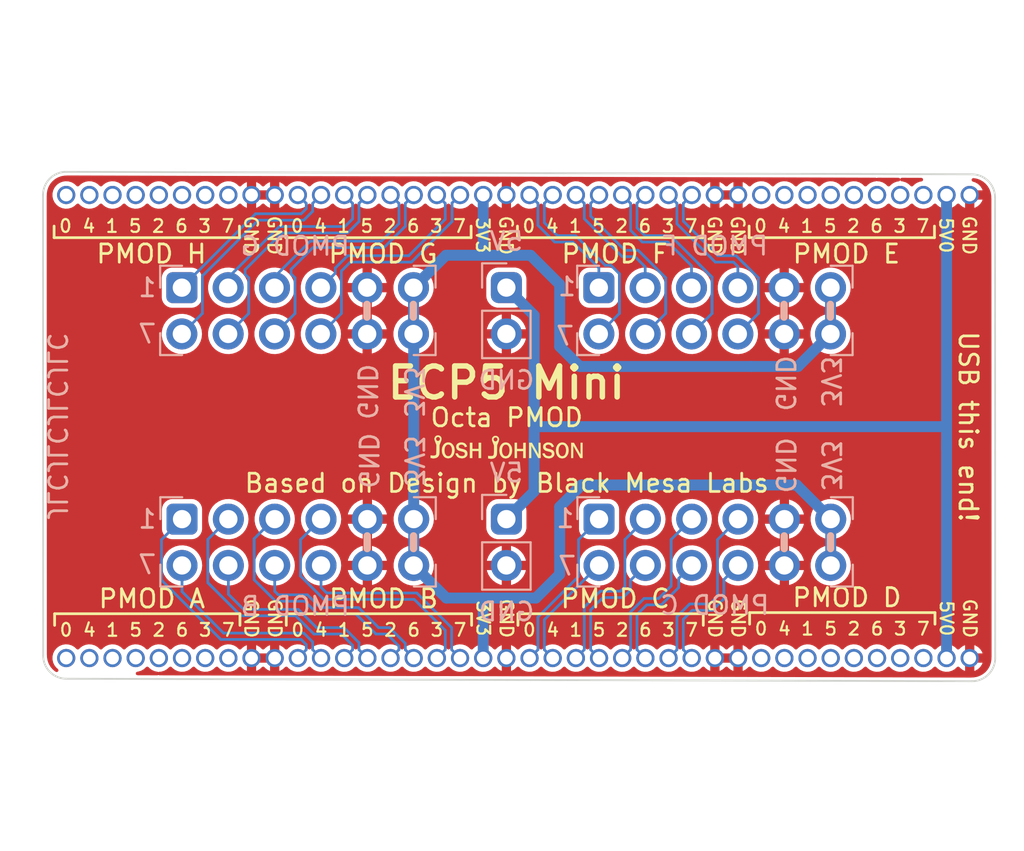
<source format=kicad_pcb>
(kicad_pcb (version 20201220) (generator pcbnew)
  (title_block (title "Quad PMOD") (date "2020-09-20") (rev "0.1") (company "Josh Johnson"))
  (layers (0 "F.Cu" signal) (31 "B.Cu" signal) (34 "B.Paste" user) (35 "F.Paste" user) (36 "B.SilkS" user "B.Silkscreen") (37 "F.SilkS" user "F.Silkscreen") (38 "B.Mask" user) (39 "F.Mask" user) (44 "Edge.Cuts" user))
  (net 0 "")
  (net 1 "/PB04+")
  (net 2 "/PB15+")
  (net 3 "/PB26+")
  (net 4 "/PB37+")
  (net 5 "/PB04-")
  (net 6 "/PB15-")
  (net 7 "/PB26-")
  (net 8 "/PB37-")
  (net 9 "/PC04+")
  (net 10 "/PC15+")
  (net 11 "/PC26+")
  (net 12 "/PC37+")
  (net 13 "/PC04-")
  (net 14 "/PC15-")
  (net 15 "/PC26-")
  (net 16 "/PC37-")
  (net 17 "/PG04+")
  (net 18 "GND")
  (net 19 "+5V")
  (net 20 "/PG04-")
  (net 21 "/PG15+")
  (net 22 "/PG15-")
  (net 23 "/PG26+")
  (net 24 "+3V3")
  (net 25 "/PG26-")
  (net 26 "/PG37+")
  (net 27 "/PG37-")
  (net 28 "/PF04+")
  (net 29 "/PF04-")
  (net 30 "/PF15+")
  (net 31 "/PF15-")
  (net 32 "/PF26+")
  (net 33 "/PF26-")
  (net 34 "/PF37+")
  (net 35 "/PF37-")
  (footprint "josh-connectors:ECP5-Mini-Edge-40x1.27" (layer "F.Cu") (at 117.348 80.264 90)
    (fp_text reference "J4" hide)
    (fp_text value "S7 Mini")
  )
  (footprint "josh-logos:josh-johnson-logo-8_6x1_5" (layer "F.Cu") (at 141.5 92.8)
    (fp_text reference "LOGO1" hide)
    (fp_text value "Josh-Logo" hide)
  )
  (footprint "Connector_PinSocket_2.54mm:PinSocket_1x02_P2.54mm_Vertical" (layer "B.Cu") (at 141.478 84.074 180)
    (fp_text reference "J6" hide)
    (fp_text value "PWR")
  )
  (footprint "josh-connectors:PMOD_HOST" (layer "B.Cu") (at 123.698 84.074 -90)
    (fp_text reference "J7" hide)
    (fp_text value "PMOD")
  )
  (footprint "josh-connectors:PMOD_HOST" (layer "B.Cu") (at 146.558 84.074 -90)
    (fp_text reference "J15" hide)
    (fp_text value "PMOD")
  )
  (footprint "josh-connectors:ECP5-Mini-Edge-40x1.27" (layer "B.Cu") (at 117.348 103.124 -90)
    (fp_text reference "J3" hide)
    (fp_text value "S7 Mini")
  )
  (footprint "josh-connectors:PMOD_HOST" (layer "B.Cu") (at 146.56844 96.7708 -90)
    (fp_text reference "J9" hide)
    (fp_text value "PMOD")
  )
  (footprint "Connector_PinSocket_2.54mm:PinSocket_1x02_P2.54mm_Vertical" (layer "B.Cu") (at 141.478 96.774 180)
    (fp_text reference "J5" hide)
    (fp_text value "PWR")
  )
  (footprint "josh-connectors:PMOD_HOST" (layer "B.Cu") (at 123.70844 96.7708 -90)
    (fp_text reference "J1" hide)
    (fp_text value "PMOD")
  )
  (gr_line (start 139.573 102.5985) (end 139.573 101.9635) (layer "F.SilkS") (width 0.15))
  (gr_line (start 152.273 101.9635) (end 142.113 101.9635) (layer "F.SilkS") (width 0.15))
  (gr_line (start 126.873 101.9635) (end 116.713 101.9635) (layer "F.SilkS") (width 0.15))
  (gr_line (start 154.785 80.7) (end 154.785 81.335) (layer "F.SilkS") (width 0.15))
  (gr_line (start 129.413 101.9635) (end 129.413 102.5985) (layer "F.SilkS") (width 0.15))
  (gr_line (start 164.973 102.535) (end 164.973 101.9) (layer "F.SilkS") (width 0.15))
  (gr_line (start 139.545 81.335) (end 139.545 80.7) (layer "F.SilkS") (width 0.15))
  (gr_line (start 116.685 81.335) (end 126.845 81.335) (layer "F.SilkS") (width 0.15))
  (gr_line (start 152.245 81.335) (end 152.245 80.7) (layer "F.SilkS") (width 0.15))
  (gr_line (start 142.085 80.7) (end 142.085 81.335) (layer "F.SilkS") (width 0.15))
  (gr_line (start 142.085 81.335) (end 152.245 81.335) (layer "F.SilkS") (width 0.15))
  (gr_line (start 129.385 80.7) (end 129.385 81.335) (layer "F.SilkS") (width 0.15))
  (gr_line (start 116.713 101.9635) (end 116.713 102.5985) (layer "F.SilkS") (width 0.15))
  (gr_line (start 164.973 101.9) (end 154.813 101.9) (layer "F.SilkS") (width 0.15))
  (gr_line (start 126.873 102.5985) (end 126.873 101.9635) (layer "F.SilkS") (width 0.15))
  (gr_line (start 139.573 101.9635) (end 129.413 101.9635) (layer "F.SilkS") (width 0.15))
  (gr_line (start 164.945 81.335) (end 164.945 80.7) (layer "F.SilkS") (width 0.15))
  (gr_line (start 154.813 101.9) (end 154.813 102.535) (layer "F.SilkS") (width 0.15))
  (gr_line (start 116.685 80.7) (end 116.685 81.335) (layer "F.SilkS") (width 0.15))
  (gr_line (start 154.785 81.335) (end 164.945 81.335) (layer "F.SilkS") (width 0.15))
  (gr_line (start 142.113 101.9635) (end 142.113 102.5985) (layer "F.SilkS") (width 0.15))
  (gr_line (start 152.273 102.5985) (end 152.273 101.9635) (layer "F.SilkS") (width 0.15))
  (gr_line (start 129.385 81.335) (end 139.545 81.335) (layer "F.SilkS") (width 0.15))
  (gr_line (start 126.845 81.335) (end 126.845 80.7) (layer "F.SilkS") (width 0.15))
  (gr_line (start 117.357026 105.527974) (end 167.005 105.664) (layer "Edge.Cuts") (width 0.1))
  (gr_arc (start 117.357026 104.257974) (end 117.357026 105.527974) (angle 90) (layer "Edge.Cuts") (width 0.1))
  (gr_line (start 166.995974 77.860026) (end 117.348 77.724) (layer "Edge.Cuts") (width 0.1))
  (gr_arc (start 167.005 104.394) (end 168.275 104.394) (angle 90) (layer "Edge.Cuts") (width 0.1))
  (gr_arc (start 166.995974 79.130026) (end 166.995974 77.860026) (angle 90) (layer "Edge.Cuts") (width 0.1))
  (gr_line (start 168.265974 79.130026) (end 168.275 104.394) (layer "Edge.Cuts") (width 0.1))
  (gr_line (start 116.078 78.994) (end 116.087026 104.257974) (layer "Edge.Cuts") (width 0.1))
  (gr_arc (start 117.348 78.994) (end 116.078 78.994) (angle 90) (layer "Edge.Cuts") (width 0.1))
  (gr_text "5V" (at 141.478 94.234) (layer "B.SilkS") (effects (font (size 1 1)) (justify mirror)))
  (gr_text "PMOD G" (at 129.899999 81.8) (layer "B.SilkS") (effects (font (size 1 1)) (justify mirror)))
  (gr_text "GND" (at 141.478 101.854) (layer "B.SilkS") (effects (font (size 1 1)) (justify mirror)))
  (gr_text "PMOD B" (at 129.899999 101.5475) (layer "B.SilkS") (effects (font (size 1 1)) (justify mirror)))
  (gr_text "JLCJLCJLCJLC" (at 116.84 91.694 270) (layer "B.SilkS") (effects (font (size 1 1)) (justify mirror)))
  (gr_text "PMOD C" (at 152.9 101.5) (layer "B.SilkS") (effects (font (size 1 1)) (justify mirror)))
  (gr_text "PMOD F" (at 152.9 81.788) (layer "B.SilkS") (effects (font (size 1 1)) (justify mirror)))
  (gr_text "GND" (at 141.478 89.154) (layer "B.SilkS") (effects (font (size 1 1)) (justify mirror)))
  (gr_text "5V" (at 141.478 81.534) (layer "B.SilkS") (effects (font (size 1 1)) (justify mirror)))
  (gr_text "5" (at 146.53 80.7) (layer "F.SilkS") (effects (font (size 0.7 0.7) (thickness 0.12))))
  (gr_text "7" (at 151.638 102.8525) (layer "F.SilkS") (effects (font (size 0.7 0.7) (thickness 0.12))))
  (gr_text "PMOD A" (at 122.047 101.138) (layer "F.SilkS") (effects (font (size 1 1))))
  (gr_text "ECP5 Mini" (at 141.478 89.3) (layer "F.SilkS") (effects (font (size 1.7 1.7) (thickness 0.3))))
  (gr_text "GND" (at 166.878 102.2175 270) (layer "F.SilkS") (effects (font (size 0.7 0.7) (thickness 0.12))))
  (gr_text "7" (at 138.91 80.7) (layer "F.SilkS") (effects (font (size 0.7 0.7) (thickness 0.12))))
  (gr_text "3V3" (at 140.208 102.2175 270) (layer "F.SilkS") (effects (font (size 0.7 0.7) (thickness 0.12))))
  (gr_text "PMOD B" (at 134.747 101.138) (layer "F.SilkS") (effects (font (size 1 1))))
  (gr_text "GND" (at 152.88 81.208 270) (layer "F.SilkS") (effects (font (size 0.7 0.7) (thickness 0.12))))
  (gr_text "5" (at 159.258 102.789) (layer "F.SilkS") (effects (font (size 0.7 0.7) (thickness 0.12))))
  (gr_text "2" (at 147.828 102.8525) (layer "F.SilkS") (effects (font (size 0.7 0.7) (thickness 0.12))))
  (gr_text "1" (at 132.56 80.7) (layer "F.SilkS") (effects (font (size 0.7 0.7) (thickness 0.12))))
  (gr_text "4" (at 156.69 80.7) (layer "F.SilkS") (effects (font (size 0.7 0.7) (thickness 0.12))))
  (gr_text "USB this end!" (at 166.8 91.7 270) (layer "F.SilkS") (effects (font (size 1 1))))
  (gr_text "4" (at 131.318 102.8525) (layer "F.SilkS") (effects (font (size 0.7 0.7) (thickness 0.12))))
  (gr_text "3" (at 137.668 102.8525) (layer "F.SilkS") (effects (font (size 0.7 0.7) (thickness 0.12))))
  (gr_text "PMOD H" (at 122.019 82.224) (layer "F.SilkS") (effects (font (size 1 1))))
  (gr_text "3" (at 124.94 80.7) (layer "F.SilkS") (effects (font (size 0.7 0.7) (thickness 0.12))))
  (gr_text "0" (at 117.31 80.7) (layer "F.SilkS") (effects (font (size 0.7 0.7) (thickness 0.12))))
  (gr_text "GND" (at 127.488 102.2175 270) (layer "F.SilkS") (effects (font (size 0.7 0.7) (thickness 0.12))))
  (gr_text "2" (at 160.5 80.7) (layer "F.SilkS") (effects (font (size 0.7 0.7) (thickness 0.12))))
  (gr_text "1" (at 119.86 80.7) (layer "F.SilkS") (effects (font (size 0.7 0.7) (thickness 0.12))))
  (gr_text "PMOD C" (at 147.447 101.138) (layer "F.SilkS") (effects (font (size 1 1))))
  (gr_text "0" (at 130.01 80.7) (layer "F.SilkS") (effects (font (size 0.7 0.7) (thickness 0.12))))
  (gr_text "GND" (at 128.75 81.208 270) (layer "F.SilkS") (effects (font (size 0.7 0.7) (thickness 0.12))))
  (gr_text "0" (at 155.438 102.789) (layer "F.SilkS") (effects (font (size 0.7 0.7) (thickness 0.12))))
  (gr_text "GND" (at 166.85 81.208 270) (layer "F.SilkS") (effects (font (size 0.7 0.7) (thickness 0.12))))
  (gr_text "2" (at 135.1 80.7) (layer "F.SilkS") (effects (font (size 0.7 0.7) (thickness 0.12))))
  (gr_text "4" (at 156.718 102.789) (layer "F.SilkS") (effects (font (size 0.7 0.7) (thickness 0.12))))
  (gr_text "5" (at 133.83 80.7) (layer "F.SilkS") (effects (font (size 0.7 0.7) (thickness 0.12))))
  (gr_text "4" (at 118.618 102.8525) (layer "F.SilkS") (effects (font (size 0.7 0.7) (thickness 0.12))))
  (gr_text "5" (at 121.13 80.7) (layer "F.SilkS") (effects (font (size 0.7 0.7) (thickness 0.12))))
  (gr_text "2" (at 135.128 102.8525) (layer "F.SilkS") (effects (font (size 0.7 0.7) (thickness 0.12))))
  (gr_text "3" (at 150.34 80.7) (layer "F.SilkS") (effects (font (size 0.7 0.7) (thickness 0.12))))
  (gr_text "4" (at 118.59 80.7) (layer "F.SilkS") (effects (font (size 0.7 0.7) (thickness 0.12))))
  (gr_text "0" (at 142.738 102.8525) (layer "F.SilkS") (effects (font (size 0.7 0.7) (thickness 0.12))))
  (gr_text "7" (at 138.938 102.8525) (layer "F.SilkS") (effects (font (size 0.7 0.7) (thickness 0.12))))
  (gr_text "1" (at 132.588 102.8525) (layer "F.SilkS") (effects (font (size 0.7 0.7) (thickness 0.12))))
  (gr_text "5" (at 159.23 80.7) (layer "F.SilkS") (effects (font (size 0.7 0.7) (thickness 0.12))))
  (gr_text "6" (at 136.37 80.7) (layer "F.SilkS") (effects (font (size 0.7 0.7) (thickness 0.12))))
  (gr_text "5" (at 146.558 102.8525) (layer "F.SilkS") (effects (font (size 0.7 0.7) (thickness 0.12))))
  (gr_text "GND" (at 141.45 81.208 270) (layer "F.SilkS") (effects (font (size 0.7 0.7) (thickness 0.12))))
  (gr_text "3" (at 124.968 102.8525) (layer "F.SilkS") (effects (font (size 0.7 0.7) (thickness 0.12))))
  (gr_text "1" (at 157.988 102.789) (layer "F.SilkS") (effects (font (size 0.7 0.7) (thickness 0.12))))
  (gr_text "4" (at 144.018 102.8525) (layer "F.SilkS") (effects (font (size 0.7 0.7) (thickness 0.12))))
  (gr_text "1" (at 157.96 80.7) (layer "F.SilkS") (effects (font (size 0.7 0.7) (thickness 0.12))))
  (gr_text "5V0" (at 165.608 102.2175 270) (layer "F.SilkS") (effects (font (size 0.7 0.7) (thickness 0.12))))
  (gr_text "GND" (at 127.48 81.208 270) (layer "F.SilkS") (effects (font (size 0.7 0.7) (thickness 0.12))))
  (gr_text "PMOD E" (at 160.119 82.224) (layer "F.SilkS") (effects (font (size 1 1))))
  (gr_text "5" (at 133.858 102.8525) (layer "F.SilkS") (effects (font (size 0.7 0.7) (thickness 0.12))))
  (gr_text "6" (at 161.798 102.789) (layer "F.SilkS") (effects (font (size 0.7 0.7) (thickness 0.12))))
  (gr_text "7" (at 151.61 80.7) (layer "F.SilkS") (effects (font (size 0.7 0.7) (thickness 0.12))))
  (gr_text "7" (at 164.31 80.7) (layer "F.SilkS") (effects (font (size 0.7 0.7) (thickness 0.12))))
  (gr_text "4" (at 131.29 80.7) (layer "F.SilkS") (effects (font (size 0.7 0.7) (thickness 0.12))))
  (gr_text "1" (at 119.888 102.8525) (layer "F.SilkS") (effects (font (size 0.7 0.7) (thickness 0.12))))
  (gr_text "6" (at 123.698 102.8525) (layer "F.SilkS") (effects (font (size 0.7 0.7) (thickness 0.12))))
  (gr_text "6" (at 161.77 80.7) (layer "F.SilkS") (effects (font (size 0.7 0.7) (thickness 0.12))))
  (gr_text "3V3" (at 140.18 81.208 270) (layer "F.SilkS") (effects (font (size 0.7 0.7) (thickness 0.12))))
  (gr_text "GND" (at 141.478 102.2175 270) (layer "F.SilkS") (effects (font (size 0.7 0.7) (thickness 0.12))))
  (gr_text "3" (at 163.068 102.789) (layer "F.SilkS") (effects (font (size 0.7 0.7) (thickness 0.12))))
  (gr_text "0" (at 142.71 80.7) (layer "F.SilkS") (effects (font (size 0.7 0.7) (thickness 0.12))))
  (gr_text "6" (at 123.67 80.7) (layer "F.SilkS") (effects (font (size 0.7 0.7) (thickness 0.12))))
  (gr_text "7" (at 126.21 80.7) (layer "F.SilkS") (effects (font (size 0.7 0.7) (thickness 0.12))))
  (gr_text "1" (at 145.288 102.8525) (layer "F.SilkS") (effects (font (size 0.7 0.7) (thickness 0.12))))
  (gr_text "6" (at 149.098 102.8525) (layer "F.SilkS") (effects (font (size 0.7 0.7) (thickness 0.12))))
  (gr_text "Octa PMOD" (at 141.5 91.2) (layer "F.SilkS") (effects (font (size 1 1))))
  (gr_text "PMOD G" (at 134.719 82.224) (layer "F.SilkS") (effects (font (size 1 1))))
  (gr_text "3" (at 137.64 80.7) (layer "F.SilkS") (effects (font (size 0.7 0.7) (thickness 0.12))))
  (gr_text "0" (at 155.41 80.7) (layer "F.SilkS") (effects (font (size 0.7 0.7) (thickness 0.12))))
  (gr_text "7" (at 126.238 102.8525) (layer "F.SilkS") (effects (font (size 0.7 0.7) (thickness 0.12))))
  (gr_text "7" (at 164.338 102.789) (layer "F.SilkS") (effects (font (size 0.7 0.7) (thickness 0.12))))
  (gr_text "0" (at 117.338 102.8525) (layer "F.SilkS") (effects (font (size 0.7 0.7) (thickness 0.12))))
  (gr_text "1" (at 145.26 80.7) (layer "F.SilkS") (effects (font (size 0.7 0.7) (thickness 0.12))))
  (gr_text "0" (at 130.038 102.8525) (layer "F.SilkS") (effects (font (size 0.7 0.7) (thickness 0.12))))
  (gr_text "2" (at 147.8 80.7) (layer "F.SilkS") (effects (font (size 0.7 0.7) (thickness 0.12))))
  (gr_text "5" (at 121.158 102.8525) (layer "F.SilkS") (effects (font (size 0.7 0.7) (thickness 0.12))))
  (gr_text "2" (at 122.428 102.8525) (layer "F.SilkS") (effects (font (size 0.7 0.7) (thickness 0.12))))
  (gr_text "4" (at 143.99 80.7) (layer "F.SilkS") (effects (font (size 0.7 0.7) (thickness 0.12))))
  (gr_text "GND" (at 154.178 102.2175 270) (layer "F.SilkS") (effects (font (size 0.7 0.7) (thickness 0.12))))
  (gr_text "2" (at 122.4 80.7) (layer "F.SilkS") (effects (font (size 0.7 0.7) (thickness 0.12))))
  (gr_text "GND" (at 128.778 102.2175 270) (layer "F.SilkS") (effects (font (size 0.7 0.7) (thickness 0.12))))
  (gr_text "3" (at 163.04 80.7) (layer "F.SilkS") (effects (font (size 0.7 0.7) (thickness 0.12))))
  (gr_text "3" (at 150.368 102.8525) (layer "F.SilkS") (effects (font (size 0.7 0.7) (thickness 0.12))))
  (gr_text "PMOD F" (at 147.419 82.224) (layer "F.SilkS") (effects (font (size 1 1))))
  (gr_text "5V0" (at 165.58 81.208 270) (layer "F.SilkS") (effects (font (size 0.7 0.7) (thickness 0.12))))
  (gr_text "2" (at 160.528 102.789) (layer "F.SilkS") (effects (font (size 0.7 0.7) (thickness 0.12))))
  (gr_text "6" (at 149.07 80.7) (layer "F.SilkS") (effects (font (size 0.7 0.7) (thickness 0.12))))
  (gr_text "GND" (at 154.15 81.208 270) (layer "F.SilkS") (effects (font (size 0.7 0.7) (thickness 0.12))))
  (gr_text "Based on Design by Black Mesa Labs" (at 141.5 94.8) (layer "F.SilkS") (effects (font (size 1 1))))
  (gr_text "6" (at 136.398 102.8525) (layer "F.SilkS") (effects (font (size 0.7 0.7) (thickness 0.12))))
  (gr_text "GND" (at 152.908 102.2175 270) (layer "F.SilkS") (effects (font (size 0.7 0.7) (thickness 0.12))))
  (gr_text "PMOD D" (at 160.147 101.0745) (layer "F.SilkS") (effects (font (size 1 1))))
  (segment (start 122.572999 97.899001) (end 122.572999 100.120487) (width 0.15) (layer "B.Cu") (net 1))
  (segment (start 130.508 103.934) (end 130.048 104.394) (width 0.15) (layer "B.Cu") (net 1))
  (segment (start 122.572999 100.120487) (end 125.227512 102.775) (width 0.15) (layer "B.Cu") (net 1))
  (segment (start 123.698 96.774) (end 122.572999 97.899001) (width 0.15) (layer "B.Cu") (net 1))
  (segment (start 130.227512 103.375) (end 125.827512 103.375) (width 0.15) (layer "B.Cu") (net 1))
  (segment (start 125.827512 103.375) (end 124.976256 102.523744) (width 0.15) (layer "B.Cu") (net 1))
  (segment (start 130.508 103.655488) (end 130.508 103.934) (width 0.15) (layer "B.Cu") (net 1))
  (segment (start 130.508 103.655488) (end 130.227512 103.375) (width 0.15) (layer "B.Cu") (net 1))
  (segment (start 130.927512 103.075) (end 130.476256 102.623744) (width 0.15) (layer "B.Cu") (net 2))
  (segment (start 133.048 103.695488) (end 132.427512 103.075) (width 0.15) (layer "B.Cu") (net 2))
  (segment (start 125.112999 100.260487) (end 125.455755 100.603243) (width 0.15) (layer "B.Cu") (net 2))
  (segment (start 125.112999 97.887001) (end 125.112999 100.260487) (width 0.15) (layer "B.Cu") (net 2))
  (segment (start 133.048 103.934) (end 133.048 103.695488) (width 0.15) (layer "B.Cu") (net 2))
  (segment (start 126.238 96.774) (end 126.226 96.774) (width 0.15) (layer "B.Cu") (net 2))
  (segment (start 126.226 96.774) (end 125.112999 97.887001) (width 0.15) (layer "B.Cu") (net 2))
  (segment (start 129.927512 102.075) (end 130.527512 102.675) (width 0.15) (layer "B.Cu") (net 2))
  (segment (start 133.048 103.934) (end 132.588 104.394) (width 0.15) (layer "B.Cu") (net 2))
  (segment (start 132.427512 103.075) (end 130.927512 103.075) (width 0.15) (layer "B.Cu") (net 2))
  (segment (start 125.112999 100.260487) (end 126.927512 102.075) (width 0.15) (layer "B.Cu") (net 2))
  (segment (start 126.927512 102.075) (end 129.927512 102.075) (width 0.15) (layer "B.Cu") (net 2))
  (segment (start 125.112999 97.887001) (end 125.112999 98.773999) (width 0.15) (layer "B.Cu") (net 2))
  (segment (start 128.778 96.774) (end 128.726 96.774) (width 0.15) (layer "B.Cu") (net 3))
  (segment (start 127.652999 97.847001) (end 127.652999 100.100487) (width 0.15) (layer "B.Cu") (net 3))
  (segment (start 133.227512 101.975) (end 134.327512 103.075) (width 0.15) (layer "B.Cu") (net 3))
  (segment (start 131.127512 101.975) (end 133.227512 101.975) (width 0.15) (layer "B.Cu") (net 3))
  (segment (start 134.927512 103.075) (end 135.588 103.735488) (width 0.15) (layer "B.Cu") (net 3))
  (segment (start 134.327512 103.075) (end 134.927512 103.075) (width 0.15) (layer "B.Cu") (net 3))
  (segment (start 128.726 96.774) (end 127.652999 97.847001) (width 0.15) (layer "B.Cu") (net 3))
  (segment (start 127.652999 100.100487) (end 128.827512 101.275) (width 0.15) (layer "B.Cu") (net 3))
  (segment (start 135.588 103.934) (end 135.128 104.394) (width 0.15) (layer "B.Cu") (net 3))
  (segment (start 135.588 103.735488) (end 135.588 103.934) (width 0.15) (layer "B.Cu") (net 3))
  (segment (start 128.827512 101.275) (end 130.427512 101.275) (width 0.15) (layer "B.Cu") (net 3))
  (segment (start 130.427512 101.275) (end 131.127512 101.975) (width 0.15) (layer "B.Cu") (net 3))
  (segment (start 127.652999 97.847001) (end 127.652999 98.773999) (width 0.15) (layer "B.Cu") (net 3))
  (segment (start 138.128 103.934) (end 137.668 104.394) (width 0.15) (layer "B.Cu") (net 4))
  (segment (start 131.475 101.175) (end 136.427512 101.175) (width 0.15) (layer "B.Cu") (net 4))
  (segment (start 136.427512 101.175) (end 138.128 102.875488) (width 0.15) (layer "B.Cu") (net 4))
  (segment (start 131.475 101.175) (end 131.425 101.125) (width 0.15) (layer "B.Cu") (net 4))
  (segment (start 130.192999 97.899001) (end 131.318 96.774) (width 0.15) (layer "B.Cu") (net 4))
  (segment (start 138.128 102.875488) (end 138.128 103.934) (width 0.15) (layer "B.Cu") (net 4))
  (segment (start 131.475 101.175) (end 130.192999 99.892999) (width 0.15) (layer "B.Cu") (net 4))
  (segment (start 130.192999 99.892999) (end 130.192999 97.899001) (width 0.15) (layer "B.Cu") (net 4))
  (segment (start 130.192999 99.892999) (end 130.192999 99.692999) (width 0.15) (layer "B.Cu") (net 4))
  (segment (start 130.858 103.510512) (end 130.372488 103.025) (width 0.15) (layer "B.Cu") (net 5))
  (segment (start 130.858 103.934) (end 131.318 104.394) (width 0.15) (layer "B.Cu") (net 5))
  (segment (start 125.972488 103.025) (end 125.223744 102.276256) (width 0.15) (layer "B.Cu") (net 5))
  (segment (start 123.698 99.314) (end 123.698 100.750512) (width 0.15) (layer "B.Cu") (net 5))
  (segment (start 123.698 100.750512) (end 125.372488 102.425) (width 0.15) (layer "B.Cu") (net 5))
  (segment (start 130.372488 103.025) (end 125.972488 103.025) (width 0.15) (layer "B.Cu") (net 5))
  (segment (start 130.858 103.510512) (end 130.858 103.934) (width 0.15) (layer "B.Cu") (net 5))
  (segment (start 130.072488 101.725) (end 127.072488 101.725) (width 0.15) (layer "B.Cu") (net 6))
  (segment (start 132.572488 102.725) (end 131.072488 102.725) (width 0.15) (layer "B.Cu") (net 6))
  (segment (start 133.398 103.934) (end 133.398 103.550512) (width 0.15) (layer "B.Cu") (net 6))
  (segment (start 130.723744 102.376256) (end 130.672488 102.325) (width 0.15) (layer "B.Cu") (net 6))
  (segment (start 133.398 103.550512) (end 132.572488 102.725) (width 0.15) (layer "B.Cu") (net 6))
  (segment (start 126.238 100.890512) (end 126.238 99.314) (width 0.15) (layer "B.Cu") (net 6))
  (segment (start 133.858 104.394) (end 133.398 103.934) (width 0.15) (layer "B.Cu") (net 6))
  (segment (start 127.072488 101.725) (end 126.238 100.890512) (width 0.15) (layer "B.Cu") (net 6))
  (segment (start 131.072488 102.725) (end 130.072488 101.725) (width 0.15) (layer "B.Cu") (net 6))
  (segment (start 130.572488 100.925) (end 131.272488 101.625) (width 0.15) (layer "B.Cu") (net 7))
  (segment (start 131.272488 101.625) (end 133.372488 101.625) (width 0.15) (layer "B.Cu") (net 7))
  (segment (start 128.972488 100.925) (end 130.572488 100.925) (width 0.15) (layer "B.Cu") (net 7))
  (segment (start 128.778 99.314) (end 128.778 100.730512) (width 0.15) (layer "B.Cu") (net 7))
  (segment (start 135.072488 102.725) (end 135.938 103.590512) (width 0.15) (layer "B.Cu") (net 7))
  (segment (start 135.938 103.590512) (end 135.938 103.934) (width 0.15) (layer "B.Cu") (net 7))
  (segment (start 128.778 100.730512) (end 128.972488 100.925) (width 0.15) (layer "B.Cu") (net 7))
  (segment (start 133.372488 101.625) (end 134.472488 102.725) (width 0.15) (layer "B.Cu") (net 7))
  (segment (start 135.938 103.934) (end 136.398 104.394) (width 0.15) (layer "B.Cu") (net 7))
  (segment (start 134.472488 102.725) (end 135.072488 102.725) (width 0.15) (layer "B.Cu") (net 7))
  (segment (start 136.572488 100.825) (end 138.478 102.730512) (width 0.15) (layer "B.Cu") (net 8))
  (segment (start 138.478 103.934) (end 138.938 104.394) (width 0.15) (layer "B.Cu") (net 8))
  (segment (start 131.318 99.314) (end 131.318 100.518) (width 0.15) (layer "B.Cu") (net 8))
  (segment (start 138.478 102.730512) (end 138.478 103.934) (width 0.15) (layer "B.Cu") (net 8))
  (segment (start 131.318 100.518) (end 131.625 100.825) (width 0.15) (layer "B.Cu") (net 8))
  (segment (start 131.625 100.825) (end 136.572488 100.825) (width 0.15) (layer "B.Cu") (net 8))
  (segment (start 146.558 96.774) (end 145.432999 97.899001) (width 0.15) (layer "B.Cu") (net 9))
  (segment (start 145.432999 99.919513) (end 143.208 102.144512) (width 0.15) (layer "B.Cu") (net 9))
  (segment (start 145.432999 97.899001) (end 145.432999 99.919513) (width 0.15) (layer "B.Cu") (net 9))
  (segment (start 143.208 102.144512) (end 143.208 103.934) (width 0.15) (layer "B.Cu") (net 9))
  (segment (start 143.208 103.934) (end 142.748 104.394) (width 0.15) (layer "B.Cu") (net 9))
  (segment (start 146.627512 100.725) (end 145.748 101.604512) (width 0.15) (layer "B.Cu") (net 10))
  (segment (start 145.748 103.934) (end 145.288 104.394) (width 0.15) (layer "B.Cu") (net 10))
  (segment (start 149.098 96.774) (end 147.972999 97.899001) (width 0.15) (layer "B.Cu") (net 10))
  (segment (start 147.727512 100.725) (end 146.627512 100.725) (width 0.15) (layer "B.Cu") (net 10))
  (segment (start 147.972999 100.479513) (end 147.727512 100.725) (width 0.15) (layer "B.Cu") (net 10))
  (segment (start 145.748 101.604512) (end 145.748 103.934) (width 0.15) (layer "B.Cu") (net 10))
  (segment (start 147.972999 97.899001) (end 147.972999 100.479513) (width 0.15) (layer "B.Cu") (net 10))
  (segment (start 151.638 96.774) (end 151.626 96.774) (width 0.15) (layer "B.Cu") (net 11))
  (segment (start 150.512999 100.439513) (end 150.476256 100.476256) (width 0.15) (layer "B.Cu") (net 11))
  (segment (start 148.288 103.934) (end 147.828 104.394) (width 0.15) (layer "B.Cu") (net 11))
  (segment (start 150.512999 97.887001) (end 150.512999 98.887001) (width 0.15) (layer "B.Cu") (net 11))
  (segment (start 151.626 96.774) (end 150.512999 97.887001) (width 0.15) (layer "B.Cu") (net 11))
  (segment (start 149.027512 101.125) (end 148.288 101.864512) (width 0.15) (layer "B.Cu") (net 11))
  (segment (start 149.827512 101.125) (end 149.027512 101.125) (width 0.15) (layer "B.Cu") (net 11))
  (segment (start 148.288 101.864512) (end 148.288 103.934) (width 0.15) (layer "B.Cu") (net 11))
  (segment (start 150.512999 100.439513) (end 149.827512 101.125) (width 0.15) (layer "B.Cu") (net 11))
  (segment (start 150.512999 97.887001) (end 150.512999 100.439513) (width 0.15) (layer "B.Cu") (net 11))
  (segment (start 153.052999 97.899001) (end 153.052999 100.999513) (width 0.15) (layer "B.Cu") (net 12))
  (segment (start 153.052999 100.999513) (end 152.627512 101.425) (width 0.15) (layer "B.Cu") (net 12))
  (segment (start 154.178 96.774) (end 153.052999 97.899001) (width 0.15) (layer "B.Cu") (net 12))
  (segment (start 150.828 103.934) (end 150.368 104.394) (width 0.15) (layer "B.Cu") (net 12))
  (segment (start 150.828 102.124512) (end 150.828 103.934) (width 0.15) (layer "B.Cu") (net 12))
  (segment (start 151.527512 101.425) (end 150.828 102.124512) (width 0.15) (layer "B.Cu") (net 12))
  (segment (start 152.627512 101.425) (end 152.527512 101.425) (width 0.15) (layer "B.Cu") (net 12))
  (segment (start 152.627512 101.425) (end 151.527512 101.425) (width 0.15) (layer "B.Cu") (net 12))
  (segment (start 143.558 102.289488) (end 143.558 103.934) (width 0.15) (layer "B.Cu") (net 13))
  (segment (start 146.558 99.314) (end 146.558 99.342) (width 0.15) (layer "B.Cu") (net 13))
  (segment (start 143.558 103.934) (end 144.018 104.394) (width 0.15) (layer "B.Cu") (net 13))
  (segment (start 146.558 99.342) (end 146.505488 99.342) (width 0.15) (layer "B.Cu") (net 13))
  (segment (start 146.505488 99.342) (end 143.558 102.289488) (width 0.15) (layer "B.Cu") (net 13))
  (segment (start 149.098 99.314) (end 148.312 100.1) (width 0.15) (layer "B.Cu") (net 14))
  (segment (start 146.772488 101.075) (end 146.098 101.749488) (width 0.15) (layer "B.Cu") (net 14))
  (segment (start 146.098 101.749488) (end 146.098 103.934) (width 0.15) (layer "B.Cu") (net 14))
  (segment (start 148.3 100.1) (end 148.273744 100.126256) (width 0.15) (layer "B.Cu") (net 14))
  (segment (start 148.312 100.1) (end 148.3 100.1) (width 0.15) (layer "B.Cu") (net 14))
  (segment (start 148.273744 100.673744) (end 147.872488 101.075) (width 0.15) (layer "B.Cu") (net 14))
  (segment (start 146.098 103.934) (end 146.558 104.394) (width 0.15) (layer "B.Cu") (net 14))
  (segment (start 147.872488 101.075) (end 146.772488 101.075) (width 0.15) (layer "B.Cu") (net 14))
  (segment (start 148.273744 100.126256) (end 148.273744 100.673744) (width 0.15) (layer "B.Cu") (net 14))
  (segment (start 149.172488 101.475) (end 148.638 102.009488) (width 0.15) (layer "B.Cu") (net 15))
  (segment (start 149.972488 101.475) (end 149.172488 101.475) (width 0.15) (layer "B.Cu") (net 15))
  (segment (start 150.923744 100.028256) (end 150.923744 100.523744) (width 0.15) (layer "B.Cu") (net 15))
  (segment (start 148.638 102.009488) (end 148.638 103.934) (width 0.15) (layer "B.Cu") (net 15))
  (segment (start 148.638 103.934) (end 149.098 104.394) (width 0.15) (layer "B.Cu") (net 15))
  (segment (start 151.638 99.314) (end 150.923744 100.028256) (width 0.15) (layer "B.Cu") (net 15))
  (segment (start 150.923744 100.523744) (end 149.972488 101.475) (width 0.15) (layer "B.Cu") (net 15))
  (segment (start 151.178 102.269488) (end 151.178 103.934) (width 0.15) (layer "B.Cu") (net 16))
  (segment (start 154.178 99.314) (end 153.4 100.092) (width 0.15) (layer "B.Cu") (net 16))
  (segment (start 151.672488 101.775) (end 151.178 102.269488) (width 0.15) (layer "B.Cu") (net 16))
  (segment (start 153.4 100.092) (end 153.4 101.147488) (width 0.15) (layer "B.Cu") (net 16))
  (segment (start 152.772488 101.775) (end 151.672488 101.775) (width 0.15) (layer "B.Cu") (net 16))
  (segment (start 152.772488 101.775) (end 152.672488 101.775) (width 0.15) (layer "B.Cu") (net 16))
  (segment (start 153.4 101.147488) (end 152.772488 101.775) (width 0.15) (layer "B.Cu") (net 16))
  (segment (start 151.178 103.934) (end 151.638 104.394) (width 0.15) (layer "B.Cu") (net 16))
  (segment (start 123.7228 84.0772) (end 123.68756 84.0772) (width 0.15) (layer "B.Cu") (net 17))
  (segment (start 130.227512 80.025) (end 127.727512 80.025) (width 0.15) (layer "B.Cu") (net 17))
  (segment (start 130.508 79.454) (end 130.508 79.744512) (width 0.15) (layer "B.Cu") (net 17))
  (segment (start 130.048 78.994) (end 130.508 79.454) (width 0.15) (layer "B.Cu") (net 17))
  (segment (start 130.508 79.744512) (end 130.227512 80.025) (width 0.15) (layer "B.Cu") (net 17))
  (segment (start 123.7228 84.029712) (end 123.7228 84.0772) (width 0.15) (layer "B.Cu") (net 17))
  (segment (start 127.727512 80.025) (end 123.7228 84.029712) (width 0.15) (layer "B.Cu") (net 17))
  (segment (start 165.608 92.508) (end 165.608 92.892) (width 0.6) (layer "B.Cu") (net 19))
  (segment (start 143 85.596) (end 143 91.7) (width 0.6) (layer "B.Cu") (net 19))
  (segment (start 165.6 91.7) (end 165.608 91.692) (width 0.6) (layer "B.Cu") (net 19))
  (segment (start 141.478 84.074) (end 143 85.596) (width 0.6) (layer "B.Cu") (net 19))
  (segment (start 143 92.4) (end 143 91.7) (width 0.6) (layer "B.Cu") (net 19))
  (segment (start 141.478 96.774) (end 143 95.252) (width 0.6) (layer "B.Cu") (net 19))
  (segment (start 165.608 91.692) (end 165.608 78.994) (width 0.6) (layer "B.Cu") (net 19))
  (segment (start 143 95.252) (end 143 92.4) (width 0.6) (layer "B.Cu") (net 19))
  (segment (start 165.608 92.892) (end 165.608 104.394) (width 0.6) (layer "B.Cu") (net 19))
  (segment (start 165.608 92.892) (end 165.608 91.692) (width 0.6) (layer "B.Cu") (net 19))
  (segment (start 143 91.7) (end 165.6 91.7) (width 0.6) (layer "B.Cu") (net 19))
  (segment (start 131.318 78.994) (end 130.858 79.454) (width 0.15) (layer "B.Cu") (net 20))
  (segment (start 130.372488 80.375) (end 127.872488 80.375) (width 0.15) (layer "B.Cu") (net 20))
  (segment (start 127.872488 80.375) (end 124.81257 83.434918) (width 0.15) (layer "B.Cu") (net 20))
  (segment (start 130.858 79.889488) (end 130.372488 80.375) (width 0.15) (layer "B.Cu") (net 20))
  (segment (start 124.81257 83.434918) (end 124.81257 85.49219) (width 0.15) (layer "B.Cu") (net 20))
  (segment (start 124.81257 85.49219) (end 123.68756 86.6172) (width 0.15) (layer "B.Cu") (net 20))
  (segment (start 130.858 79.454) (end 130.858 79.889488) (width 0.15) (layer "B.Cu") (net 20))
  (segment (start 133.048 79.454) (end 132.588 78.994) (width 0.15) (layer "B.Cu") (net 21))
  (segment (start 129.027512 80.725) (end 130.4 80.725) (width 0.15) (layer "B.Cu") (net 21))
  (segment (start 133.048 80.304512) (end 133.048 79.454) (width 0.15) (layer "B.Cu") (net 21))
  (segment (start 130.227512 80.725) (end 132.627512 80.725) (width 0.15) (layer "B.Cu") (net 21))
  (segment (start 132.627512 80.725) (end 133.048 80.304512) (width 0.15) (layer "B.Cu") (net 21))
  (segment (start 126.22756 84.0772) (end 126.22756 83.524952) (width 0.15) (layer "B.Cu") (net 21))
  (segment (start 126.22756 83.524952) (end 129.027512 80.725) (width 0.15) (layer "B.Cu") (net 21))
  (segment (start 127.352561 85.492199) (end 127.352561 83.537199) (width 0.15) (layer "B.Cu") (net 22))
  (segment (start 127.157681 83.089807) (end 127.173744 83.073744) (width 0.15) (layer "B.Cu") (net 22))
  (segment (start 132.772488 81.075) (end 133.398 80.449488) (width 0.15) (layer "B.Cu") (net 22))
  (segment (start 127.157681 83.342319) (end 127.157681 83.089807) (width 0.15) (layer "B.Cu") (net 22))
  (segment (start 129.172488 81.075) (end 130.4 81.075) (width 0.15) (layer "B.Cu") (net 22))
  (segment (start 133.398 79.454) (end 133.858 78.994) (width 0.15) (layer "B.Cu") (net 22))
  (segment (start 133.398 80.449488) (end 133.398 79.454) (width 0.15) (layer "B.Cu") (net 22))
  (segment (start 127.157681 83.089807) (end 129.172488 81.075) (width 0.15) (layer "B.Cu") (net 22))
  (segment (start 127.352561 85.492199) (end 127.352561 84.617201) (width 0.15) (layer "B.Cu") (net 22))
  (segment (start 130.372488 81.075) (end 132.772488 81.075) (width 0.15) (layer "B.Cu") (net 22))
  (segment (start 126.22756 86.6172) (end 127.352561 85.492199) (width 0.15) (layer "B.Cu") (net 22))
  (segment (start 127.352561 83.537199) (end 127.157681 83.342319) (width 0.15) (layer "B.Cu") (net 22))
  (segment (start 134.627512 81.525) (end 135.588 80.564512) (width 0.15) (layer "B.Cu") (net 23))
  (segment (start 130.727512 81.525) (end 134.627512 81.525) (width 0.15) (layer "B.Cu") (net 23))
  (segment (start 135.588 80.564512) (end 135.588 79.454) (width 0.15) (layer "B.Cu") (net 23))
  (segment (start 135.588 79.454) (end 135.128 78.994) (width 0.15) (layer "B.Cu") (net 23))
  (segment (start 128.76756 84.0772) (end 128.76756 83.484952) (width 0.15) (layer "B.Cu") (net 23))
  (segment (start 128.76756 83.484952) (end 130.727512 81.525) (width 0.15) (layer "B.Cu") (net 23))
  (segment (start 140.208 101.1) (end 143.1 101.1) (width 0.6) (layer "B.Cu") (net 24))
  (segment (start 136.398 99.314) (end 136.398 96.774) (width 0.6) (layer "B.Cu") (net 24))
  (segment (start 157.46476 88.4) (end 159.24756 86.6172) (width 0.6) (layer "B.Cu") (net 24))
  (segment (start 140.208 80.842) (end 140.208 82.3) (width 0.6) (layer "B.Cu") (net 24))
  (segment (start 159.24756 86.6172) (end 159.24756 84.0772) (width 0.6) (layer "B.Cu") (net 24))
  (segment (start 140.208 104.394) (end 140.208 101.1) (width 0.6) (layer "B.Cu") (net 24))
  (segment (start 145.5 88.4) (end 154.92476 88.4) (width 0.6) (layer "B.Cu") (net 24))
  (segment (start 136.38756 84.0772) (end 136.38756 86.6172) (width 0.6) (layer "B.Cu") (net 24))
  (segment (start 142.8 82.3) (end 144.4 83.9) (width 0.6) (layer "B.Cu") (net 24))
  (segment (start 138.16476 82.3) (end 136.38756 84.0772) (width 0.6) (layer "B.Cu") (net 24))
  (segment (start 154.8472 94.9) (end 157.3872 94.9) (width 0.6) (layer "B.Cu") (net 24))
  (segment (start 136.398 86.62764) (end 136.38756 86.6172) (width 0.6) (layer "B.Cu") (net 24))
  (segment (start 136.398 96.774) (end 136.398 86.62764) (width 0.6) (layer "B.Cu") (net 24))
  (segment (start 140.208 82.3) (end 138.16476 82.3) (width 0.6) (layer "B.Cu") (net 24))
  (segment (start 154.92476 88.4) (end 157.46476 88.4) (width 0.6) (layer "B.Cu") (net 24))
  (segment (start 140.208 80.842) (end 140.208 78.994) (width 0.6) (layer "B.Cu") (net 24))
  (segment (start 138.184 101.1) (end 136.398 99.314) (width 0.6) (layer "B.Cu") (net 24))
  (segment (start 157.3872 94.9) (end 159.258 96.7708) (width 0.6) (layer "B.Cu") (net 24))
  (segment (start 140.208 82.3) (end 142.8 82.3) (width 0.6) (layer "B.Cu") (net 24))
  (segment (start 159.258 96.7708) (end 159.258 99.3108) (width 0.6) (layer "B.Cu") (net 24))
  (segment (start 143.1 101.1) (end 144.4 99.8) (width 0.6) (layer "B.Cu") (net 24))
  (segment (start 144.4 83.9) (end 144.4 87.3) (width 0.6) (layer "B.Cu") (net 24))
  (segment (start 144.4 87.3) (end 145.5 88.4) (width 0.6) (layer "B.Cu") (net 24))
  (segment (start 144.4 99.8) (end 144.4 96.1) (width 0.6) (layer "B.Cu") (net 24))
  (segment (start 144.4 96.1) (end 145.6 94.9) (width 0.6) (layer "B.Cu") (net 24))
  (segment (start 140.208 101.1) (end 138.184 101.1) (width 0.6) (layer "B.Cu") (net 24))
  (segment (start 145.6 94.9) (end 154.8472 94.9) (width 0.6) (layer "B.Cu") (net 24))
  (segment (start 129.892561 85.492199) (end 129.892561 84.507439) (width 0.15) (layer "B.Cu") (net 25))
  (segment (start 129.677681 83.069807) (end 129.723744 83.023744) (width 0.15) (layer "B.Cu") (net 25))
  (segment (start 129.892561 83.537199) (end 129.677681 83.322319) (width 0.15) (layer "B.Cu") (net 25))
  (segment (start 129.677681 83.322319) (end 129.677681 83.069807) (width 0.15) (layer "B.Cu") (net 25))
  (segment (start 135.938 80.709488) (end 135.938 79.454) (width 0.15) (layer "B.Cu") (net 25))
  (segment (start 130.872488 81.875) (end 134.772488 81.875) (width 0.15) (layer "B.Cu") (net 25))
  (segment (start 129.677681 83.069807) (end 130.872488 81.875) (width 0.15) (layer "B.Cu") (net 25))
  (segment (start 135.938 79.454) (end 136.398 78.994) (width 0.15) (layer "B.Cu") (net 25))
  (segment (start 129.892561 85.492199) (end 129.892561 83.537199) (width 0.15) (layer "B.Cu") (net 25))
  (segment (start 134.772488 81.875) (end 135.938 80.709488) (width 0.15) (layer "B.Cu") (net 25))
  (segment (start 128.76756 86.6172) (end 129.892561 85.492199) (width 0.15) (layer "B.Cu") (net 25))
  (segment (start 136.127512 82.325) (end 138.128 80.324512) (width 0.15) (layer "B.Cu") (net 26))
  (segment (start 138.128 80.324512) (end 138.128 79.454) (width 0.15) (layer "B.Cu") (net 26))
  (segment (start 132.1 83) (end 132.775 82.325) (width 0.15) (layer "B.Cu") (net 26))
  (segment (start 138.128 79.454) (end 137.668 78.994) (width 0.15) (layer "B.Cu") (net 26))
  (segment (start 131.30756 84.0772) (end 131.8 83.58476) (width 0.15) (layer "B.Cu") (net 26))
  (segment (start 131.30756 84.0772) (end 132.1 83.28476) (width 0.15) (layer "B.Cu") (net 26))
  (segment (start 131.30756 84.0772) (end 131.94238 83.44238) (width 0.15) (layer "B.Cu") (net 26))
  (segment (start 132.1 83.28476) (end 132.1 83) (width 0.15) (layer "B.Cu") (net 26))
  (segment (start 132.775 82.325) (end 136.127512 82.325) (width 0.15) (layer "B.Cu") (net 26))
  (segment (start 136.272488 82.675) (end 138.5 80.447488) (width 0.15) (layer "B.Cu") (net 27))
  (segment (start 132.432561 85.492199) (end 132.432561 84.617201) (width 0.15) (layer "B.Cu") (net 27))
  (segment (start 132.925 82.675) (end 136.272488 82.675) (width 0.15) (layer "B.Cu") (net 27))
  (segment (start 132.432561 85.492199) (end 132.432561 83.167439) (width 0.15) (layer "B.Cu") (net 27))
  (segment (start 131.30756 86.6172) (end 132.432561 85.492199) (width 0.15) (layer "B.Cu") (net 27))
  (segment (start 132.432561 83.167439) (end 132.925 82.675) (width 0.15) (layer "B.Cu") (net 27))
  (segment (start 138.5 79.432) (end 138.938 78.994) (width 0.15) (layer "B.Cu") (net 27))
  (segment (start 138.5 80.447488) (end 138.5 79.432) (width 0.15) (layer "B.Cu") (net 27))
  (segment (start 146.54756 84.0772) (end 146.54756 82.995048) (width 0.15) (layer "B.Cu") (net 28))
  (segment (start 145.127512 81.575) (end 144.127512 81.575) (width 0.15) (layer "B.Cu") (net 28))
  (segment (start 143.208 80.655488) (end 143.208 79.454) (width 0.15) (layer "B.Cu") (net 28))
  (segment (start 144.127512 81.575) (end 143.208 80.655488) (width 0.15) (layer "B.Cu") (net 28))
  (segment (start 143.208 79.454) (end 142.748 78.994) (width 0.15) (layer "B.Cu") (net 28))
  (segment (start 146.54756 82.995048) (end 145.127512 81.575) (width 0.15) (layer "B.Cu") (net 28))
  (segment (start 146.54756 86.6172) (end 147.67257 85.49219) (width 0.15) (layer "B.Cu") (net 29))
  (segment (start 147.67257 83.314282) (end 147.20836 82.850072) (width 0.15) (layer "B.Cu") (net 29))
  (segment (start 146.54756 86.6172) (end 146.89756 86.2672) (width 0.15) (layer "B.Cu") (net 29))
  (segment (start 145.272488 81.225) (end 144.272488 81.225) (width 0.15) (layer "B.Cu") (net 29))
  (segment (start 143.558 80.510512) (end 143.558 79.454) (width 0.15) (layer "B.Cu") (net 29))
  (segment (start 144.272488 81.225) (end 143.558 80.510512) (width 0.15) (layer "B.Cu") (net 29))
  (segment (start 146.89756 82.850072) (end 145.272488 81.225) (width 0.15) (layer "B.Cu") (net 29))
  (segment (start 147.67257 85.49219) (end 147.67257 84.77257) (width 0.15) (layer "B.Cu") (net 29))
  (segment (start 147.20836 82.850072) (end 146.89756 82.850072) (width 0.15) (layer "B.Cu") (net 29))
  (segment (start 147.67257 85.49219) (end 147.67257 83.314282) (width 0.15) (layer "B.Cu") (net 29))
  (segment (start 147.67257 84.840118) (end 147.67257 83.314282) (width 0.15) (layer "B.Cu") (net 29))
  (segment (start 143.558 79.454) (end 144.018 78.994) (width 0.15) (layer "B.Cu") (net 29))
  (segment (start 147.827512 82.375) (end 145.748 80.295488) (width 0.15) (layer "B.Cu") (net 30))
  (segment (start 149.08756 82.935048) (end 148.527512 82.375) (width 0.15) (layer "B.Cu") (net 30))
  (segment (start 148.527512 82.375) (end 147.827512 82.375) (width 0.15) (layer "B.Cu") (net 30))
  (segment (start 149.08756 84.0772) (end 149.08756 82.935048) (width 0.15) (layer "B.Cu") (net 30))
  (segment (start 145.748 79.454) (end 145.288 78.994) (width 0.15) (layer "B.Cu") (net 30))
  (segment (start 145.748 80.295488) (end 145.748 79.454) (width 0.15) (layer "B.Cu") (net 30))
  (segment (start 147.972488 82.025) (end 146.098 80.150512) (width 0.15) (layer "B.Cu") (net 31))
  (segment (start 146.098 80.150512) (end 146.098 79.454) (width 0.15) (layer "B.Cu") (net 31))
  (segment (start 149.08756 86.6172) (end 150.212561 85.492199) (width 0.15) (layer "B.Cu") (net 31))
  (segment (start 146.098 79.454) (end 146.558 78.994) (width 0.15) (layer "B.Cu") (net 31))
  (segment (start 150.212561 85.492199) (end 150.212561 83.537199) (width 0.15) (layer "B.Cu") (net 31))
  (segment (start 150.212561 85.492199) (end 150.212561 84.617201) (width 0.15) (layer "B.Cu") (net 31))
  (segment (start 148.700362 82.025) (end 148.672488 82.025) (width 0.15) (layer "B.Cu") (net 31))
  (segment (start 150.212561 83.537199) (end 148.700362 82.025) (width 0.15) (layer "B.Cu") (net 31))
  (segment (start 148.700362 82.025) (end 147.972488 82.025) (width 0.15) (layer "B.Cu") (net 31))
  (segment (start 148.288 79.454) (end 147.828 78.994) (width 0.15) (layer "B.Cu") (net 32))
  (segment (start 150.327512 81.575) (end 148.927512 81.575) (width 0.15) (layer "B.Cu") (net 32))
  (segment (start 151.62756 84.0772) (end 151.62756 82.875048) (width 0.15) (layer "B.Cu") (net 32))
  (segment (start 151.62756 82.875048) (end 150.327512 81.575) (width 0.15) (layer "B.Cu") (net 32))
  (segment (start 148.288 80.935488) (end 148.288 79.454) (width 0.15) (layer "B.Cu") (net 32))
  (segment (start 148.927512 81.575) (end 148.288 80.935488) (width 0.15) (layer "B.Cu") (net 32))
  (segment (start 152.752561 83.505073) (end 151.97756 82.730072) (width 0.15) (layer "B.Cu") (net 33))
  (segment (start 152.752561 83.505073) (end 150.472488 81.225) (width 0.15) (layer "B.Cu") (net 33))
  (segment (start 148.638 79.454) (end 149.098 78.994) (width 0.15) (layer "B.Cu") (net 33))
  (segment (start 152.752561 85.492199) (end 152.752561 83.505073) (width 0.15) (layer "B.Cu") (net 33))
  (segment (start 149.072488 81.225) (end 148.638 80.790512) (width 0.15) (layer "B.Cu") (net 33))
  (segment (start 151.62756 86.6172) (end 152.752561 85.492199) (width 0.15) (layer "B.Cu") (net 33))
  (segment (start 150.472488 81.225) (end 149.072488 81.225) (width 0.15) (layer "B.Cu") (net 33))
  (segment (start 148.638 80.790512) (end 148.638 79.454) (width 0.15) (layer "B.Cu") (net 33))
  (segment (start 152.752561 85.492199) (end 152.752561 84.452561) (width 0.15) (layer "B.Cu") (net 33))
  (segment (start 154.16756 84.0772) (end 154.16756 82.915048) (width 0.15) (layer "B.Cu") (net 34))
  (segment (start 153.927512 82.675) (end 152.927512 82.675) (width 0.15) (layer "B.Cu") (net 34))
  (segment (start 152.927512 82.675) (end 150.828 80.575488) (width 0.15) (layer "B.Cu") (net 34))
  (segment (start 150.828 80.575488) (end 150.828 79.454) (width 0.15) (layer "B.Cu") (net 34))
  (segment (start 150.828 79.454) (end 150.368 78.994) (width 0.15) (layer "B.Cu") (net 34))
  (segment (start 154.16756 82.915048) (end 153.927512 82.675) (width 0.15) (layer "B.Cu") (net 34))
  (segment (start 151.178 79.454) (end 151.638 78.994) (width 0.15) (layer "B.Cu") (net 35))
  (segment (start 155.292561 83.537199) (end 154.525434 82.770072) (width 0.15) (layer "B.Cu") (net 35))
  (segment (start 155.292561 85.492199) (end 155.292561 83.537199) (width 0.15) (layer "B.Cu") (net 35))
  (segment (start 154.525434 82.770072) (end 154.51756 82.770072) (width 0.15) (layer "B.Cu") (net 35))
  (segment (start 155.292561 85.492199) (end 155.292561 84.507439) (width 0.15) (layer "B.Cu") (net 35))
  (segment (start 151.178 80.430512) (end 151.178 79.454) (width 0.15) (layer "B.Cu") (net 35))
  (segment (start 154.072488 82.325) (end 153.072488 82.325) (width 0.15) (layer "B.Cu") (net 35))
  (segment (start 154.16756 86.6172) (end 155.292561 85.492199) (width 0.15) (layer "B.Cu") (net 35))
  (segment (start 154.51756 82.770072) (end 154.072488 82.325) (width 0.15) (layer "B.Cu") (net 35))
  (segment (start 153.072488 82.325) (end 151.178 80.430512) (width 0.15) (layer "B.Cu") (net 35))
  (zone (net 18) (net_name "GND") (layer "F.Cu") (connect_pads (clearance 0.2)) (min_thickness 0.2) (fill yes (thermal_gap 0.25) (thermal_bridge_width 0.508))
    (polygon (pts (xy 169.311737 114.999151) (xy 114.68866 115.000848) (xy 114.654053 68.500607) (xy 169.27713 68.29891)))
  )
)
</source>
